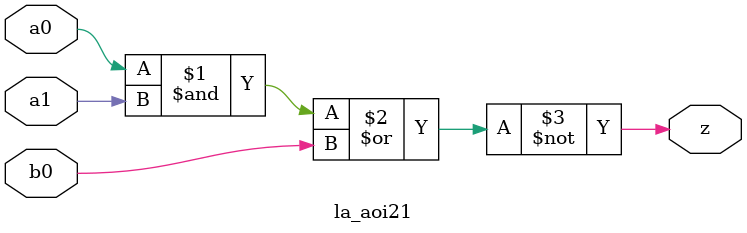
<source format=v>
module la_aoi21(	// file.cleaned.mlir:2:3
  input  a0,	// file.cleaned.mlir:2:26
         a1,	// file.cleaned.mlir:2:39
         b0,	// file.cleaned.mlir:2:52
  output z	// file.cleaned.mlir:2:66
);

  assign z = ~(a0 & a1 | b0);	// file.cleaned.mlir:4:10, :5:10, :6:10, :7:5
endmodule


</source>
